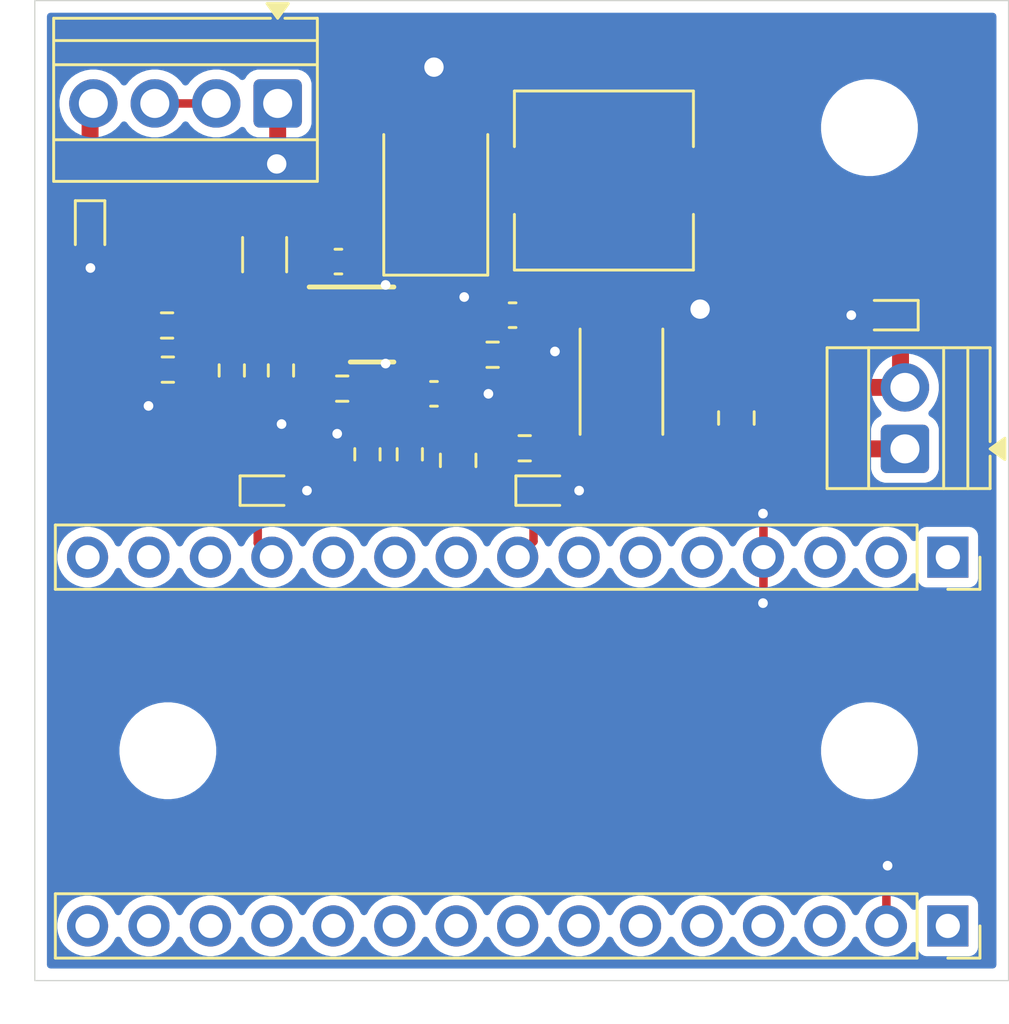
<source format=kicad_pcb>
(kicad_pcb (version 20241229) (generator "pcbnew") (generator_version "9.0")
  (layers (0 "F.Cu" signal) (2 "B.Cu" signal) (13 "F.Paste" user) (15 "B.Paste" user) (5 "F.SilkS" user "F.Silkscreen") (7 "B.SilkS" user "B.Silkscreen") (1 "F.Mask" user) (3 "B.Mask" user) (25 "Edge.Cuts" user))
  (net 0 "")
  (net 1 "GND")
  (net 2 "/ard_DAC")
  (net 3 "/ard_PWM")
  (net 4 "Net-(D101-K)")
  (net 5 "Net-(U100-COMP)")
  (net 6 "Net-(D100-K)")
  (net 7 "Net-(U100-BOOT)")
  (net 8 "Net-(J101-Pin_1)")
  (net 9 "Net-(D102-K)")
  (net 10 "/DAC")
  (net 11 "Net-(C106-Pad1)")
  (net 12 "Net-(J100-Pin_2)")
  (net 13 "Net-(U100-RT_CLK)")
  (net 14 "Net-(U100-ISENSE)")
  (net 15 "/PWM")
  (net 16 "Net-(U100-UVLO)")
  (footprint "Capacitor_SMD:C_0603_1608Metric" (layer "F.Cu") (at 46 113.25)
    (property "Reference" "C105" (hide yes))
    (property "Value" "10n" (hide yes))
    (fp_line (start -0.14058 -0.51) (end 0.14058 -0.51) (stroke (width 0.12)) (layer "F.SilkS"))
    (fp_line (start -0.14058 0.51) (end 0.14058 0.51) (stroke (width 0.12)) (layer "F.SilkS"))
    (pad "1" smd roundrect (at -0.775 0) (size 0.9 0.95) (layers "F.Cu" "F.Mask" "F.Paste") (net 10 "/DAC"))
    (pad "2" smd roundrect (at 0.775 0) (size 0.9 0.95) (layers "F.Cu" "F.Mask" "F.Paste") (net 1 "GND"))
  )
  (footprint "Diode_SMD:Nexperia_DSN1608-2_1.6x0.8mm" (layer "F.Cu") (at 65 110 180)
    (property "Reference" "D102" (hide yes))
    (property "Value" "PTVS5V0Z1USK" (hide yes))
    (fp_line (start 0.8 -0.61) (end -1.015 -0.61) (stroke (width 0.12)) (layer "F.SilkS"))
    (fp_line (start -1.015 0.61) (end 0.8 0.61) (stroke (width 0.12)) (layer "F.SilkS"))
    (fp_line (start -1.015 -0.61) (end -1.015 0.61) (stroke (width 0.12)) (layer "F.SilkS"))
    (pad "1" smd roundrect (at -0.285 0 180) (size 0.93 0.7) (layers "F.Cu" "F.Mask" "F.Paste") (roundrect_rratio 0.1071428571) (net 9 "Net-(D102-K)"))
    (pad "2" smd roundrect (at 0.6 0 180) (size 0.3 0.7) (layers "F.Cu" "F.Mask" "F.Paste") (net 1 "GND"))
  )
  (footprint "MountingHole:MountingHole_3.2mm_M3" (layer "F.Cu") (at 64 128)
    (property "Reference" "H3" (hide yes))
    (property "Value" "MountingHole")
    (pad "" np_thru_hole circle (at 0 0) (size 3.2 3.2) (drill 3.2) (layers "*.Cu" "*.Mask"))
  )
  (footprint "Resistor_SMD:R_0603_1608Metric" (layer "F.Cu") (at 34.9675 110.425)
    (property "Reference" "R111" (hide yes))
    (property "Value" "220k" (hide yes))
    (fp_line (start -0.237258 -0.5225) (end 0.237258 -0.5225) (stroke (width 0.12)) (layer "F.SilkS"))
    (fp_line (start -0.237258 0.5225) (end 0.237258 0.5225) (stroke (width 0.12)) (layer "F.SilkS"))
    (pad "1" smd roundrect (at -0.825 0) (size 0.8 0.95) (layers "F.Cu" "F.Mask" "F.Paste") (net 6 "Net-(D100-K)"))
    (pad "2" smd roundrect (at 0.825 0) (size 0.8 0.95) (layers "F.Cu" "F.Mask" "F.Paste") (net 16 "Net-(U100-UVLO)"))
  )
  (footprint "Resistor_SMD:R_2512_6332Metric" (layer "F.Cu") (at 53.75 112.75 90)
    (property "Reference" "R105" (hide yes))
    (property "Value" "0.2" (hide yes))
    (fp_line (start -2.177064 -1.71) (end 2.177064 -1.71) (stroke (width 0.12)) (layer "F.SilkS"))
    (fp_line (start -2.177064 1.71) (end 2.177064 1.71) (stroke (width 0.12)) (layer "F.SilkS"))
    (pad "1" smd roundrect (at -2.9625 0 90) (size 1.225 3.35) (layers "F.Cu" "F.Mask" "F.Paste") (roundrect_rratio 0.204082) (net 8 "Net-(J101-Pin_1)"))
    (pad "2" smd roundrect (at 2.9625 0 90) (size 1.225 3.35) (layers "F.Cu" "F.Mask" "F.Paste") (roundrect_rratio 0.204082) (net 1 "GND"))
  )
  (footprint "Diode_SMD:Nexperia_DSN1608-2_1.6x0.8mm" (layer "F.Cu") (at 39 117.25)
    (property "Reference" "D103" (hide yes))
    (property "Value" "PTVS5V0Z1USK" (hide yes))
    (fp_line (start -1.015 -0.61) (end -1.015 0.61) (stroke (width 0.12)) (layer "F.SilkS"))
    (fp_line (start -1.015 0.61) (end 0.8 0.61) (stroke (width 0.12)) (layer "F.SilkS"))
    (fp_line (start 0.8 -0.61) (end -1.015 -0.61) (stroke (width 0.12)) (layer "F.SilkS"))
    (pad "1" smd roundrect (at -0.285 0) (size 0.93 0.7) (layers "F.Cu" "F.Mask" "F.Paste") (roundrect_rratio 0.1071428571) (net 3 "/ard_PWM"))
    (pad "2" smd roundrect (at 0.6 0) (size 0.3 0.7) (layers "F.Cu" "F.Mask" "F.Paste") (net 1 "GND"))
  )
  (footprint "Diode_SMD:D_SMB" (layer "F.Cu") (at 46.075 104.685 90)
    (property "Reference" "D101" (hide yes))
    (property "Value" "D_Zener" (hide yes))
    (fp_line (start -3.66 -2.15) (end 2.15 -2.15) (stroke (width 0.12)) (layer "F.SilkS"))
    (fp_line (start -3.66 -2.15) (end -3.66 2.15) (stroke (width 0.12)) (layer "F.SilkS"))
    (fp_line (start -3.66 2.15) (end 2.15 2.15) (stroke (width 0.12)) (layer "F.SilkS"))
    (pad "1" smd roundrect (at -2.15 0 90) (size 2.5 2.3) (layers "F.Cu" "F.Mask" "F.Paste") (roundrect_rratio 0.1086956522) (net 4 "Net-(D101-K)"))
    (pad "2" smd roundrect (at 2.15 0 90) (size 2.5 2.3) (layers "F.Cu" "F.Mask" "F.Paste") (roundrect_rratio 0.1086956522) (net 1 "GND"))
  )
  (footprint "Resistor_SMD:R_0603_1608Metric" (layer "F.Cu") (at 43.25 115.75 90)
    (property "Reference" "R108" (hide yes))
    (property "Value" "5.6k" (hide yes))
    (fp_line (start -0.237258 -0.5225) (end 0.237258 -0.5225) (stroke (width 0.12)) (layer "F.SilkS"))
    (fp_line (start -0.237258 0.5225) (end 0.237258 0.5225) (stroke (width 0.12)) (layer "F.SilkS"))
    (pad "1" smd roundrect (at -0.825 0 90) (size 0.8 0.95) (layers "F.Cu" "F.Mask" "F.Paste") (net 11 "Net-(C106-Pad1)"))
    (pad "2" smd roundrect (at 0.825 0 90) (size 0.8 0.95) (layers "F.Cu" "F.Mask" "F.Paste") (net 1 "GND"))
  )
  (footprint "Capacitor_SMD:C_0805_2012Metric" (layer "F.Cu") (at 47 116 90)
    (property "Reference" "C106" (hide yes))
    (property "Value" "4.7u" (hide yes))
    (fp_line (start -0.261252 -0.735) (end 0.261252 -0.735) (stroke (width 0.12)) (layer "F.SilkS"))
    (fp_line (start -0.261252 0.735) (end 0.261252 0.735) (stroke (width 0.12)) (layer "F.SilkS"))
    (pad "1" smd roundrect (at -0.95 0 90) (size 1 1.45) (layers "F.Cu" "F.Mask" "F.Paste") (net 11 "Net-(C106-Pad1)"))
    (pad "2" smd roundrect (at 0.95 0 90) (size 1 1.45) (layers "F.Cu" "F.Mask" "F.Paste") (net 1 "GND"))
  )
  (footprint "Resistor_SMD:R_0603_1608Metric" (layer "F.Cu") (at 39.675 112.285 -90)
    (property "Reference" "R110" (hide yes))
    (property "Value" "100k" (hide yes))
    (fp_line (start -0.237258 0.5225) (end 0.237258 0.5225) (stroke (width 0.12)) (layer "F.SilkS"))
    (fp_line (start -0.237258 -0.5225) (end 0.237258 -0.5225) (stroke (width 0.12)) (layer "F.SilkS"))
    (pad "1" smd roundrect (at -0.825 0 270) (size 0.8 0.95) (layers "F.Cu" "F.Mask" "F.Paste") (net 15 "/PWM"))
    (pad "2" smd roundrect (at 0.825 0 270) (size 0.8 0.95) (layers "F.Cu" "F.Mask" "F.Paste") (net 1 "GND"))
  )
  (footprint "Diode_SMD:Nexperia_DSN1608-2_1.6x0.8mm" (layer "F.Cu") (at 31.785 106.285 -90)
    (property "Reference" "D100" (hide yes))
    (property "Value" "PTVS12VZ1USK" (hide yes))
    (fp_line (start -1.015 0.61) (end 0.8 0.61) (stroke (width 0.12)) (layer "F.SilkS"))
    (fp_line (start -1.015 -0.61) (end -1.015 0.61) (stroke (width 0.12)) (layer "F.SilkS"))
    (fp_line (start 0.8 -0.61) (end -1.015 -0.61) (stroke (width 0.12)) (layer "F.SilkS"))
    (pad "1" smd roundrect (at -0.285 0 270) (size 0.93 0.7) (layers "F.Cu" "F.Mask" "F.Paste") (roundrect_rratio 0.1071428571) (net 6 "Net-(D100-K)"))
    (pad "2" smd roundrect (at 0.6 0 270) (size 0.3 0.7) (layers "F.Cu" "F.Mask" "F.Paste") (net 1 "GND"))
  )
  (footprint "Resistor_SMD:R_0603_1608Metric" (layer "F.Cu") (at 37.6425 112.285 -90)
    (property "Reference" "R109" (hide yes))
    (property "Value" "220" (hide yes))
    (fp_line (start -0.237258 0.5225) (end 0.237258 0.5225) (stroke (width 0.12)) (layer "F.SilkS"))
    (fp_line (start -0.237258 -0.5225) (end 0.237258 -0.5225) (stroke (width 0.12)) (layer "F.SilkS"))
    (pad "1" smd roundrect (at -0.825 0 270) (size 0.8 0.95) (layers "F.Cu" "F.Mask" "F.Paste") (net 15 "/PWM"))
    (pad "2" smd roundrect (at 0.825 0 270) (size 0.8 0.95) (layers "F.Cu" "F.Mask" "F.Paste") (net 3 "/ard_PWM"))
  )
  (footprint "Inductor_SMD:L_7.3x7.3_H4.5" (layer "F.Cu") (at 53.025 104.435)
    (property "Reference" "L100" (hide yes))
    (property "Value" "33u" (hide yes))
    (fp_line (start -3.7 -3.7) (end 3.7 -3.7) (stroke (width 0.12)) (layer "F.SilkS"))
    (fp_line (start -3.7 -1.4) (end -3.7 -3.7) (stroke (width 0.12)) (layer "F.SilkS"))
    (fp_line (start -3.7 3.7) (end -3.7 1.4) (stroke (width 0.12)) (layer "F.SilkS"))
    (fp_line (start 3.7 -3.7) (end 3.7 -1.4) (stroke (width 0.12)) (layer "F.SilkS"))
    (fp_line (start 3.7 1.4) (end 3.7 3.7) (stroke (width 0.12)) (layer "F.SilkS"))
    (fp_line (start 3.7 3.7) (end -3.7 3.7) (stroke (width 0.12)) (layer "F.SilkS"))
    (pad "1" smd rect (at -3.2 0) (size 1.5 2.2) (layers "F.Cu" "F.Mask" "F.Paste") (net 4 "Net-(D101-K)"))
    (pad "2" smd rect (at 3.2 0) (size 1.5 2.2) (layers "F.Cu" "F.Mask" "F.Paste") (net 9 "Net-(D102-K)"))
  )
  (footprint "MountingHole:MountingHole_3.2mm_M3" (layer "F.Cu") (at 35 128)
    (property "Reference" "H1" (hide yes))
    (property "Value" "MountingHole")
    (pad "" np_thru_hole circle (at 0 0) (size 3.2 3.2) (drill 3.2) (layers "*.Cu" "*.Mask"))
  )
  (footprint "Capacitor_SMD:C_0603_1608Metric" (layer "F.Cu") (at 42.05 107.785)
    (property "Reference" "C103" (hide yes))
    (property "Value" "0.1u" (hide yes))
    (fp_line (start -0.14058 -0.51) (end 0.14058 -0.51) (stroke (width 0.12)) (layer "F.SilkS"))
    (fp_line (start -0.14058 0.51) (end 0.14058 0.51) (stroke (width 0.12)) (layer "F.SilkS"))
    (pad "1" smd roundrect (at -0.775 0) (size 0.9 0.95) (layers "F.Cu" "F.Mask" "F.Paste") (net 7 "Net-(U100-BOOT)"))
    (pad "2" smd roundrect (at 0.775 0) (size 0.9 0.95) (layers "F.Cu" "F.Mask" "F.Paste") (net 4 "Net-(D101-K)"))
  )
  (footprint "Capacitor_SMD:C_0805_2012Metric" (layer "F.Cu") (at 58.5 114.25 -90)
    (property "Reference" "C104" (hide yes))
    (property "Value" "4.7u" (hide yes))
    (fp_line (start -0.261252 0.735) (end 0.261252 0.735) (stroke (width 0.12)) (layer "F.SilkS"))
    (fp_line (start -0.261252 -0.735) (end 0.261252 -0.735) (stroke (width 0.12)) (layer "F.SilkS"))
    (pad "1" smd roundrect (at -0.95 0 270) (size 1 1.45) (layers "F.Cu" "F.Mask" "F.Paste") (net 9 "Net-(D102-K)"))
    (pad "2" smd roundrect (at 0.95 0 270) (size 1 1.45) (layers "F.Cu" "F.Mask" "F.Paste") (net 8 "Net-(J101-Pin_1)"))
  )
  (footprint "Resistor_SMD:R_0603_1608Metric" (layer "F.Cu") (at 45 115.75 90)
    (property "Reference" "R106" (hide yes))
    (property "Value" "1k" (hide yes))
    (fp_line (start -0.237258 -0.5225) (end 0.237258 -0.5225) (stroke (width 0.12)) (layer "F.SilkS"))
    (fp_line (start -0.237258 0.5225) (end 0.237258 0.5225) (stroke (width 0.12)) (layer "F.SilkS"))
    (pad "1" smd roundrect (at -0.825 0 90) (size 0.8 0.95) (layers "F.Cu" "F.Mask" "F.Paste") (net 11 "Net-(C106-Pad1)"))
    (pad "2" smd roundrect (at 0.825 0 90) (size 0.8 0.95) (layers "F.Cu" "F.Mask" "F.Paste") (net 10 "/DAC"))
  )
  (footprint "Resistor_SMD:R_0603_1608Metric" (layer "F.Cu") (at 42.2075 113.035)
    (property "Reference" "R103" (hide yes))
    (property "Value" "200k" (hide yes))
    (fp_line (start -0.237258 -0.5225) (end 0.237258 -0.5225) (stroke (width 0.12)) (layer "F.SilkS"))
    (fp_line (start -0.237258 0.5225) (end 0.237258 0.5225) (stroke (width 0.12)) (layer "F.SilkS"))
    (pad "1" smd roundrect (at -0.825 0) (size 0.8 0.95) (layers "F.Cu" "F.Mask" "F.Paste") (net 13 "Net-(U100-RT_CLK)"))
    (pad "2" smd roundrect (at 0.825 0) (size 0.8 0.95) (layers "F.Cu" "F.Mask" "F.Paste") (net 1 "GND"))
  )
  (footprint "TerminalBlock:TerminalBlock_Xinya_XY308-2.54-4P_1x04_P2.54mm_Horizontal" (layer "F.Cu") (at 39.54 101.25 180)
    (property "Reference" "J100" (hide yes))
    (property "Value" "Screw_Terminal_01x04" (hide yes))
    (fp_line (start 9.26 3.52) (end 0.3 3.52) (stroke (width 0.12)) (layer "F.SilkS"))
    (fp_line (start 9.26 -3.22) (end 9.26 3.52) (stroke (width 0.12)) (layer "F.SilkS"))
    (fp_line (start -0.3 3.52) (end -1.64 3.52) (stroke (width 0.12)) (layer "F.SilkS"))
    (fp_line (start -1.64 3.52) (end -1.64 -3.22) (stroke (width 0.12)) (layer "F.SilkS"))
    (fp_line (start -1.64 2.6) (end 9.26 2.6) (stroke (width 0.12)) (layer "F.SilkS"))
    (fp_line (start -1.64 1.6) (end 9.26 1.6) (stroke (width 0.12)) (layer "F.SilkS"))
    (fp_line (start -1.64 -1.5) (end 9.26 -1.5) (stroke (width 0.12)) (layer "F.SilkS"))
    (fp_line (start -1.64 -3.22) (end 9.26 -3.22) (stroke (width 0.12)) (layer "F.SilkS"))
    (fp_poly (pts (xy 0 3.52) (xy 0.44 4.13) (xy -0.44 4.13)) (stroke (width 0.12)) (fill yes) (layer "F.SilkS"))
    (pad "1" thru_hole roundrect (at 0 0 180) (size 2 2) (drill 1.2) (layers "*.Cu" "*.Mask") (roundrect_rratio 0.125) (net 1 "GND"))
    (pad "2" thru_hole circle (at 2.54 0 180) (size 2 2) (drill 1.2) (layers "*.Cu" "*.Mask") (net 12 "Net-(J100-Pin_2)"))
    (pad "3" thru_hole circle (at 5.08 0 180) (size 2 2) (drill 1.2) (layers "*.Cu" "*.Mask") (net 12 "Net-(J100-Pin_2)"))
    (pad "4" thru_hole circle (at 7.62 0 180) (size 2 2) (drill 1.2) (layers "*.Cu" "*.Mask") (net 6 "Net-(D100-K)"))
  )
  (footprint "MountingHole:MountingHole_3.2mm_M3" (layer "F.Cu") (at 64 102.25)
    (property "Reference" "H2" (hide yes))
    (property "Value" "MountingHole")
    (pad "" np_thru_hole circle (at 0 0) (size 3.2 3.2) (drill 3.2) (layers "*.Cu" "*.Mask"))
  )
  (footprint "Connector_PinSocket_2.54mm:PinSocket_1x15_P2.54mm_Vertical" (layer "F.Cu") (at 67.24 135.24 -90)
    (property "Reference" "J103" (hide yes))
    (property "Value" "nano_right")
    (fp_line (start -1.33 36.89) (end 1.33 36.89) (stroke (width 0.12)) (layer "F.SilkS"))
    (fp_line (start -1.33 1.27) (end -1.33 36.89) (stroke (width 0.12)) (layer "F.SilkS"))
    (fp_line (start -1.33 1.27) (end 1.33 1.27) (stroke (width 0.12)) (layer "F.SilkS"))
    (fp_line (start 1.33 1.27) (end 1.33 36.89) (stroke (width 0.12)) (layer "F.SilkS"))
    (fp_line (start 0 -1.33) (end 1.33 -1.33) (stroke (width 0.12)) (layer "F.SilkS"))
    (fp_line (start 1.33 -1.33) (end 1.33 0) (stroke (width 0.12)) (layer "F.SilkS"))
    (pad "1" thru_hole rect (at 0 0 270) (size 1.7 1.7) (drill 1) (layers "*.Cu" "*.Mask"))
    (pad "2" thru_hole circle (at 0 2.54 270) (size 1.7 1.7) (drill 1) (layers "*.Cu" "*.Mask") (net 1 "GND"))
    (pad "3" thru_hole circle (at 0 5.08 270) (size 1.7 1.7) (drill 1) (layers "*.Cu" "*.Mask"))
    (pad "4" thru_hole circle (at 0 7.62 270) (size 1.7 1.7) (drill 1) (layers "*.Cu" "*.Mask"))
    (pad "5" thru_hole circle (at 0 10.16 270) (size 1.7 1.7) (drill 1) (layers "*.Cu" "*.Mask"))
    (pad "6" thru_hole circle (at 0 12.7 270) (size 1.7 1.7) (drill 1) (layers "*.Cu" "*.Mask"))
    (pad "7" thru_hole circle (at 0 15.24 270) (size 1.7 1.7) (drill 1) (layers "*.Cu" "*.Mask"))
    (pad "8" thru_hole circle (at 0 17.78 270) (size 1.7 1.7) (drill 1) (layers "*.Cu" "*.Mask"))
    (pad "9" thru_hole circle (at 0 20.32 270) (size 1.7 1.7) (drill 1) (layers "*.Cu" "*.Mask"))
    (pad "10" thru_hole circle (at 0 22.86 270) (size 1.7 1.7) (drill 1) (layers "*.Cu" "*.Mask"))
    (pad "11" thru_hole circle (at 0 25.4 270) (size 1.7 1.7) (drill 1) (layers "*.Cu" "*.Mask"))
    (pad "12" thru_hole circle (at 0 27.94 270) (size 1.7 1.7) (drill 1) (layers "*.Cu" "*.Mask"))
    (pad "13" thru_hole circle (at 0 30.48 270) (size 1.7 1.7) (drill 1) (layers "*.Cu" "*.Mask"))
    (pad "14" thru_hole circle (at 0 33.02 270) (size 1.7 1.7) (drill 1) (layers "*.Cu" "*.Mask"))
    (pad "15" thru_hole circle (at 0 35.56 270) (size 1.7 1.7) (drill 1) (layers "*.Cu" "*.Mask"))
  )
  (footprint "TerminalBlock:TerminalBlock_Xinya_XY308-2.54-2P_1x02_P2.54mm_Horizontal" (layer "F.Cu") (at 65.4675 115.525 90)
    (property "Reference" "J101" (hide yes))
    (property "Value" "Screw_Terminal_01x02" (hide yes))
    (fp_line (start 4.18 -3.22) (end 4.18 3.52) (stroke (width 0.12)) (layer "F.SilkS"))
    (fp_line (start -1.64 -3.22) (end 4.18 -3.22) (stroke (width 0.12)) (layer "F.SilkS"))
    (fp_line (start -1.64 -1.5) (end 4.18 -1.5) (stroke (width 0.12)) (layer "F.SilkS"))
    (fp_line (start -1.64 1.6) (end 4.18 1.6) (stroke (width 0.12)) (layer "F.SilkS"))
    (fp_line (start -1.64 2.6) (end 4.18 2.6) (stroke (width 0.12)) (layer "F.SilkS"))
    (fp_line (start 4.18 3.52) (end 0.3 3.52) (stroke (width 0.12)) (layer "F.SilkS"))
    (fp_line (start -0.3 3.52) (end -1.64 3.52) (stroke (width 0.12)) (layer "F.SilkS"))
    (fp_line (start -1.64 3.52) (end -1.64 -3.22) (stroke (width 0.12)) (layer "F.SilkS"))
    (fp_poly (pts (xy 0 3.52) (xy 0.44 4.13) (xy -0.44 4.13)) (stroke (width 0.12)) (fill yes) (layer "F.SilkS"))
    (pad "1" thru_hole roundrect (at 0 0 90) (size 2 2) (drill 1.2) (layers "*.Cu" "*.Mask") (roundrect_rratio 0.125) (net 8 "Net-(J101-Pin_1)"))
    (pad "2" thru_hole circle (at 2.54 0 90) (size 2 2) (drill 1.2) (layers "*.Cu" "*.Mask") (net 9 "Net-(D102-K)"))
  )
  (footprint "Capacitor_SMD:C_0603_1608Metric" (layer "F.Cu") (at 49.25 110)
    (property "Reference" "C102" (hide yes))
    (property "Value" "0.1u" (hide yes))
    (fp_line (start -0.14058 -0.51) (end 0.14058 -0.51) (stroke (width 0.12)) (layer "F.SilkS"))
    (fp_line (start -0.14058 0.51) (end 0.14058 0.51) (stroke (width 0.12)) (layer "F.SilkS"))
    (pad "1" smd roundrect (at -0.775 0) (size 0.9 0.95) (layers "F.Cu" "F.Mask" "F.Paste") (net 5 "Net-(U100-COMP)"))
    (pad "2" smd roundrect (at 0.775 0) (size 0.9 0.95) (layers "F.Cu" "F.Mask" "F.Paste") (net 1 "GND"))
  )
  (footprint "Capacitor_SMD:C_1206_3216Metric" (layer "F.Cu") (at 39 107.5 90)
    (property "Reference" "C100" (hide yes))
    (property "Value" "10u" (hide yes))
    (fp_line (start -0.711252 -0.91) (end 0.711252 -0.91) (stroke (width 0.12)) (layer "F.SilkS"))
    (fp_line (start -0.711252 0.91) (end 0.711252 0.91) (stroke (width 0.12)) (layer "F.SilkS"))
    (pad "1" smd roundrect (at -1.475 0 90) (size 1.15 1.8) (layers "F.Cu" "F.Mask" "F.Paste") (roundrect_rratio 0.217391) (net 6 "Net-(D100-K)"))
    (pad "2" smd roundrect (at 1.475 0 90) (size 1.15 1.8) (layers "F.Cu" "F.Mask" "F.Paste") (roundrect_rratio 0.217391) (net 1 "GND"))
  )
  (footprint "Resistor_SMD:R_0603_1608Metric" (layer "F.Cu") (at 35 112.25)
    (property "Reference" "R112" (hide yes))
    (property "Value" "30k" (hide yes))
    (fp_line (start -0.237258 -0.5225) (end 0.237258 -0.5225) (stroke (width 0.12)) (layer "F.SilkS"))
    (fp_line (start -0.237258 0.5225) (end 0.237258 0.5225) (stroke (width 0.12)) (layer "F.SilkS"))
    (pad "1" smd roundrect (at -0.825 0) (size 0.8 0.95) (layers "F.Cu" "F.Mask" "F.Paste") (net 1 "GND"))
    (pad "2" smd roundrect (at 0.825 0) (size 0.8 0.95) (layers "F.Cu" "F.Mask" "F.Paste") (net 16 "Net-(U100-UVLO)"))
  )
  (footprint "TPS:DGQ0010D_NV_L" (layer "F.Cu") (at 43.442501 110.384999)
    (property "Reference" "U100" (hide yes))
    (property "Value" "TPS92513DGQR")
    (fp_line (start -2.6 -1.549999) (end 0.900001 -1.549999) (stroke (width 0.2)) (layer "F.SilkS"))
    (fp_line (start -0.900001 1.549999) (end 0.900001 1.549999) (stroke (width 0.2)) (layer "F.SilkS"))
    (pad "1" smd oval (at -2.025 -1.000001 90) (size 0.249999 1.45) (layers "F.Cu" "F.Mask" "F.Paste") (net 7 "Net-(U100-BOOT)"))
    (pad "2" smd oval (at -2.025 -0.500002 90) (size 0.249999 1.45) (layers "F.Cu" "F.Mask" "F.Paste") (net 6 "Net-(D100-K)"))
    (pad "3" smd oval (at -2.025 0 90) (size 0.249999 1.45) (layers "F.Cu" "F.Mask" "F.Paste") (net 16 "Net-(U100-UVLO)"))
    (pad "4" smd oval (at -2.025 0.499999 90) (size 0.249999 1.45) (layers "F.Cu" "F.Mask" "F.Paste") (net 15 "/PWM"))
    (pad "5" smd oval (at -2.025 1.000001 90) (size 0.249999 1.45) (layers "F.Cu" "F.Mask" "F.Paste") (net 13 "Net-(U100-RT_CLK)"))
    (pad "6" smd oval (at 2.025 1.000001 90) (size 0.249999 1.45) (layers "F.Cu" "F.Mask" "F.Paste") (net 10 "/DAC"))
    (pad "7" smd oval (at 2.025 0.499999 90) (size 0.249999 1.45) (layers "F.Cu" "F.Mask" "F.Paste") (net 14 "Net-(U100-ISENSE)"))
    (pad "8" smd oval (at 2.025 0 90) (size 0.249999 1.45) (layers "F.Cu" "F.Mask" "F.Paste") (net 5 "Net-(U100-COMP)"))
    (pad "9" smd oval (at 2.025 -0.500002 90) (size 0.249999 1.45) (layers "F.Cu" "F.Mask" "F.Paste") (net 1 "GND"))
    (pad "10" smd oval (at 2.025 -1.000001 90) (size 0.249999 1.45) (layers "F.Cu" "F.Mask" "F.Paste") (net 4 "Net-(D101-K)"))
    (pad "11" smd rect (at 0 0) (size 1.569999 1.879999) (layers "F.Cu" "F.Mask" "F.Paste") (net 1 "GND"))
  )
  (footprint "Connector_PinSocket_2.54mm:PinSocket_1x15_P2.54mm_Vertical" (layer "F.Cu") (at 67.24 120 -90)
    (property "Reference" "J102" (hide yes))
    (property "Value" "nano_left")
    (fp_line (start -1.33 36.89) (end 1.33 36.89) (stroke (width 0.12)) (layer "F.SilkS"))
    (fp_line (start -1.33 1.27) (end -1.33 36.89) (stroke (width 0.12)) (layer "F.SilkS"))
    (fp_line (start -1.33 1.27) (end 1.33 1.27) (stroke (width 0.12)) (layer "F.SilkS"))
    (fp_line (start 1.33 1.27) (end 1.33 36.89) (stroke (width 0.12)) (layer "F.SilkS"))
    (fp_line (start 0 -1.33) (end 1.33 -1.33) (stroke (width 0.12)) (layer "F.SilkS"))
    (fp_line (start 1.33 -1.33) (end 1.33 0) (stroke (width 0.12)) (layer "F.SilkS"))
    (pad "1" thru_hole rect (at 0 0 270) (size 1.7 1.7) (drill 1) (layers "*.Cu" "*.Mask"))
    (pad "2" thru_hole circle (at 0 2.54 270) (size 1.7 1.7) (drill 1) (layers "*.Cu" "*.Mask"))
    (pad "3" thru_hole circle (at 0 5.08 270) (size 1.7 1.7) (drill 1) (layers "*.Cu" "*.Mask"))
    (pad "4" thru_hole circle (at 0 7.62 270) (size 1.7 1.7) (drill 1) (layers "*.Cu" "*.Mask") (net 1 "GND"))
    (pad "5" thru_hole circle (at 0 10.16 270) (size 1.7 1.7) (drill 1) (layers "*.Cu" "*.Mask"))
    (pad "6" thru_hole circle (at 0 12.7 270) (size 1.7 1.7) (drill 1) (layers "*.Cu" "*.Mask"))
    (pad "7" thru_hole circle (at 0 15.24 270) (size 1.7 1.7) (drill 1) (layers "*.Cu" "*.Mask"))
    (pad "8" thru_hole circle (at 0 17.78 270) (size 1.7 1.7) (drill 1) (layers "*.Cu" "*.Mask") (net 2 "/ard_DAC"))
    (pad "9" thru_hole circle (at 0 20.32 270) (size 1.7 1.7) (drill 1) (layers "*.Cu" "*.Mask"))
    (pad "10" thru_hole circle (at 0 22.86 270) (size 1.7 1.7) (drill 1) (layers "*.Cu" "*.Mask"))
    (pad "11" thru_hole circle (at 0 25.4 270) (size 1.7 1.7) (drill 1) (layers "*.Cu" "*.Mask"))
    (pad "12" thru_hole circle (at 0 27.94 270) (size 1.7 1.7) (drill 1) (layers "*.Cu" "*.Mask") (net 3 "/ard_PWM"))
    (pad "13" thru_hole circle (at 0 30.48 270) (size 1.7 1.7) (drill 1) (layers "*.Cu" "*.Mask"))
    (pad "14" thru_hole circle (at 0 33.02 270) (size 1.7 1.7) (drill 1) (layers "*.Cu" "*.Mask"))
    (pad "15" thru_hole circle (at 0 35.56 270) (size 1.7 1.7) (drill 1) (layers "*.Cu" "*.Mask"))
  )
  (footprint "Resistor_SMD:R_0603_1608Metric" (layer "F.Cu") (at 48.425 111.635)
    (property "Reference" "R104" (hide yes))
    (property "Value" "1k" (hide yes))
    (fp_line (start -0.237258 -0.5225) (end 0.237258 -0.5225) (stroke (width 0.12)) (layer "F.SilkS"))
    (fp_line (start -0.237258 0.5225) (end 0.237258 0.5225) (stroke (width 0.12)) (layer "F.SilkS"))
    (pad "1" smd roundrect (at -0.825 0) (size 0.8 0.95) (layers "F.Cu" "F.Mask" "F.Paste") (net 14 "Net-(U100-ISENSE)"))
    (pad "2" smd roundrect (at 0.825 0) (size 0.8 0.95) (layers "F.Cu" "F.Mask" "F.Paste") (net 8 "Net-(J101-Pin_1)"))
  )
  (footprint "Diode_SMD:Nexperia_DSN1608-2_1.6x0.8mm" (layer "F.Cu") (at 50.4 117.25)
    (property "Reference" "D104" (hide yes))
    (property "Value" "PTVS5V0Z1USK" (hide yes))
    (fp_line (start -1.015 -0.61) (end -1.015 0.61) (stroke (width 0.12)) (layer "F.SilkS"))
    (fp_line (start -1.015 0.61) (end 0.8 0.61) (stroke (width 0.12)) (layer "F.SilkS"))
    (fp_line (start 0.8 -0.61) (end -1.015 -0.61) (stroke (width 0.12)) (layer "F.SilkS"))
    (pad "1" smd roundrect (at -0.285 0) (size 0.93 0.7) (layers "F.Cu" "F.Mask" "F.Paste") (roundrect_rratio 0.1071428571) (net 2 "/ard_DAC"))
    (pad "2" smd roundrect (at 0.6 0) (size 0.3 0.7) (layers "F.Cu" "F.Mask" "F.Paste") (net 1 "GND"))
  )
  (footprint "Resistor_SMD:R_0603_1608Metric" (layer "F.Cu") (at 49.75 115.5)
    (property "Reference" "R107" (hide yes))
    (property "Value" "10k" (hide yes))
    (fp_line (start -0.237258 -0.5225) (end 0.237258 -0.5225) (stroke (width 0.12)) (layer "F.SilkS"))
    (fp_line (start -0.237258 0.5225) (end 0.237258 0.5225) (stroke (width 0.12)) (layer "F.SilkS"))
    (pad "1" smd roundrect (at -0.825 0) (size 0.8 0.95) (layers "F.Cu" "F.Mask" "F.Paste") (net 11 "Net-(C106-Pad1)"))
    (pad "2" smd roundrect (at 0.825 0) (size 0.8 0.95) (layers "F.Cu" "F.Mask" "F.Paste") (net 2 "/ard_DAC"))
  )
  (gr_rect (start 29.5 97) (end 69.75 137.5) (stroke (width 0.05)) (fill no) (layer "Edge.Cuts"))
  (segment (start 47 115.05) (end 47 113.475) (width 0.35) (layer "F.Cu") (net 1))
  (segment (start 47 113.475) (end 46.775 113.25) (width 0.35) (layer "F.Cu") (net 1))
  (segment (start 31.785 108.035) (end 31.8 108.05) (width 0.25) (layer "F.Cu") (net 1))
  (segment (start 50.025 110) (end 50.25 110) (width 0.35) (layer "F.Cu") (net 1))
  (segment (start 59.62 121.62) (end 59.75 121.75) (width 0.35) (layer "F.Cu") (net 1))
  (segment (start 47 115.05) (end 47 115) (width 0.35) (layer "F.Cu") (net 1))
  (segment (start 39 106.025) (end 39 104.25) (width 0.7) (layer "F.Cu") (net 1))
  (segment (start 46.075 102.535) (end 46.075 99.825) (width 0.7) (layer "F.Cu") (net 1))
  (segment (start 42.175 114.925) (end 42 114.75) (width 0.35) (layer "F.Cu") (net 1))
  (segment (start 51 117.25) (end 52 117.25) (width 0.25) (layer "F.Cu") (net 1))
  (segment (start 56.9625 109.7875) (end 57 109.75) (width 0.7) (layer "F.Cu") (net 1))
  (segment (start 39.54 101.25) (end 39.54 103.71) (width 0.7) (layer "F.Cu") (net 1))
  (segment (start 39 104.25) (end 39.5 103.75) (width 0.7) (layer "F.Cu") (net 1))
  (segment (start 34.175 112.25) (end 34.175 113.675) (width 0.35) (layer "F.Cu") (net 1))
  (segment (start 46.615003 109.884997) (end 47.25 109.25) (width 0.25) (layer "F.Cu") (net 1))
  (segment (start 53.75 109.7875) (end 56.9625 109.7875) (width 0.7) (layer "F.Cu") (net 1))
  (segment (start 64.4 110) (end 63.25 110) (width 0.25) (layer "F.Cu") (net 1))
  (segment (start 43.25 114.925) (end 42.175 114.925) (width 0.35) (layer "F.Cu") (net 1))
  (segment (start 45.467501 109.884997) (end 46.615003 109.884997) (width 0.25) (layer "F.Cu") (net 1))
  (segment (start 39.675 113.11) (end 39.675 114.425) (width 0.35) (layer "F.Cu") (net 1))
  (segment (start 59.62 120) (end 59.62 121.62) (width 0.35) (layer "F.Cu") (net 1))
  (segment (start 39.6 117.25) (end 40.75 117.25) (width 0.25) (layer "F.Cu") (net 1))
  (segment (start 34.175 113.675) (end 34.25 113.75) (width 0.35) (layer "F.Cu") (net 1))
  (segment (start 43.0325 113.035) (end 43.0325 114.7075) (width 0.35) (layer "F.Cu") (net 1))
  (segment (start 46.775 113.25) (end 48.25 113.25) (width 0.35) (layer "F.Cu") (net 1))
  (segment (start 43.0325 114.7075) (end 43.25 114.925) (width 0.35) (layer "F.Cu") (net 1))
  (segment (start 59.62 120) (end 59.62 118.38) (width 0.35) (layer "F.Cu") (net 1))
  (segment (start 64.7 135.24) (end 64.7 132.8) (width 0.35) (layer "F.Cu") (net 1))
  (segment (start 59.62 118.38) (end 59.75 118.25) (width 0.35) (layer "F.Cu") (net 1))
  (segment (start 43.442501 111.442501) (end 44 112) (width 0.25) (layer "F.Cu") (net 1))
  (segment (start 51 110.75) (end 51 111.5) (width 0.35) (layer "F.Cu") (net 1))
  (segment (start 31.785 106.885) (end 31.785 108.035) (width 0.25) (layer "F.Cu") (net 1))
  (segment (start 43.442501 110.384999) (end 43.442501 109.307499) (width 0.25) (layer "F.Cu") (net 1))
  (segment (start 50.25 110) (end 51 110.75) (width 0.35) (layer "F.Cu") (net 1))
  (segment (start 43.442501 109.307499) (end 44 108.75) (width 0.25) (layer "F.Cu") (net 1))
  (segment (start 39.675 114.425) (end 39.75 114.5) (width 0.35) (layer "F.Cu") (net 1))
  (segment (start 43.442501 110.384999) (end 43.442501 111.442501) (width 0.25) (layer "F.Cu") (net 1))
  (segment (start 64.7 132.8) (end 64.75 132.75) (width 0.35) (layer "F.Cu") (net 1))
  (segment (start 39.54 103.71) (end 39.5 103.75) (width 0.7) (layer "F.Cu") (net 1))
  (segment (start 46.075 99.825) (end 46 99.75) (width 0.7) (layer "F.Cu") (net 1))
  (via (at 34.2 113.75) (size 0.8) (drill 0.4) (layers "F.Cu" "B.Cu") (net 1))
  (via (at 63.25 110) (size 0.8) (drill 0.4) (layers "F.Cu" "B.Cu") (net 1))
  (via (at 57 109.75) (size 1.6) (drill 0.8) (layers "F.Cu" "B.Cu") (net 1))
  (via (at 51 111.5) (size 0.8) (drill 0.4) (layers "F.Cu" "B.Cu") (net 1))
  (via (at 42 114.9) (size 0.8) (drill 0.4) (layers "F.Cu" "B.Cu") (net 1))
  (via (at 44 112) (size 0.8) (drill 0.4) (layers "F.Cu" "B.Cu") (net 1))
  (via (at 39.5 103.75) (size 1.6) (drill 0.8) (layers "F.Cu" "B.Cu") (net 1))
  (via (at 59.6 118.2) (size 0.8) (drill 0.4) (layers "F.Cu" "B.Cu") (net 1))
  (via (at 59.6 121.9) (size 0.8) (drill 0.4) (layers "F.Cu" "B.Cu") (net 1))
  (via (at 64.75 132.75) (size 0.8) (drill 0.4) (layers "F.Cu" "B.Cu") (net 1))
  (via (at 48.25 113.25) (size 0.8) (drill 0.4) (layers "F.Cu" "B.Cu") (net 1))
  (via (at 52 117.25) (size 0.8) (drill 0.4) (layers "F.Cu" "B.Cu") (net 1))
  (via (at 44 108.75) (size 0.8) (drill 0.4) (layers "F.Cu" "B.Cu") (net 1))
  (via (at 46 99.75) (size 1.6) (drill 0.8) (layers "F.Cu" "B.Cu") (net 1))
  (via (at 31.8 108.05) (size 0.8) (drill 0.4) (layers "F.Cu" "B.Cu") (net 1))
  (via (at 47.25 109.25) (size 0.8) (drill 0.4) (layers "F.Cu" "B.Cu") (net 1))
  (via (at 40.75 117.25) (size 0.8) (drill 0.4) (layers "F.Cu" "B.Cu") (net 1))
  (via (at 39.7 114.5) (size 0.8) (drill 0.4) (layers "F.Cu" "B.Cu") (net 1))
  (segment (start 50.115 117.25) (end 50.115 119.345) (width 0.35) (layer "F.Cu") (net 2))
  (segment (start 50.115 117.25) (end 50.115 115.96) (width 0.35) (layer "F.Cu") (net 2))
  (segment (start 50.115 119.345) (end 49.46 120) (width 0.35) (layer "F.Cu") (net 2))
  (segment (start 50.115 115.96) (end 50.575 115.5) (width 0.35) (layer "F.Cu") (net 2))
  (segment (start 37.6425 116.1775) (end 38.715 117.25) (width 0.35) (layer "F.Cu") (net 3))
  (segment (start 38.715 117.25) (end 38.715 119.415) (width 0.35) (layer "F.Cu") (net 3))
  (segment (start 37.6425 113.11) (end 37.6425 116.1775) (width 0.35) (layer "F.Cu") (net 3))
  (segment (start 38.715 119.415) (end 39.3 120) (width 0.35) (layer "F.Cu") (net 3))
  (segment (start 48.475 104.435) (end 46.075 106.835) (width 0.7) (layer "F.Cu") (net 4))
  (segment (start 49.825 104.435) (end 48.475 104.435) (width 0.7) (layer "F.Cu") (net 4))
  (segment (start 42.825 107.785) (end 45.125 107.785) (width 0.35) (layer "F.Cu") (net 4))
  (segment (start 45.467501 107.442499) (end 46.075 106.835) (width 0.25) (layer "F.Cu") (net 4))
  (segment (start 45.467501 109.384998) (end 45.467501 107.442499) (width 0.25) (layer "F.Cu") (net 4))
  (segment (start 45.125 107.785) (end 46.075 106.835) (width 0.35) (layer "F.Cu") (net 4))
  (segment (start 47.115001 110.384999) (end 47.5 110) (width 0.25) (layer "F.Cu") (net 5))
  (segment (start 47.5 110) (end 48.475 110) (width 0.25) (layer "F.Cu") (net 5))
  (segment (start 45.467501 110.384999) (end 47.115001 110.384999) (width 0.25) (layer "F.Cu") (net 5))
  (segment (start 40.522497 109.884997) (end 39.6125 108.975) (width 0.25) (layer "F.Cu") (net 6))
  (segment (start 31.785 106) (end 31.785 101.385) (width 0.7) (layer "F.Cu") (net 6))
  (segment (start 34 106) (end 36.975 108.975) (width 0.7) (layer "F.Cu") (net 6))
  (segment (start 39.6125 108.975) (end 39 108.975) (width 0.25) (layer "F.Cu") (net 6))
  (segment (start 31.785 101.385) (end 31.92 101.25) (width 0.7) (layer "F.Cu") (net 6))
  (segment (start 41.417501 109.884997) (end 40.522497 109.884997) (width 0.25) (layer "F.Cu") (net 6))
  (segment (start 34.1425 107.6425) (end 32.5 106) (width 0.35) (layer "F.Cu") (net 6))
  (segment (start 32.5 106) (end 31.785 106) (width 0.35) (layer "F.Cu") (net 6))
  (segment (start 31.785 106) (end 34 106) (width 0.7) (layer "F.Cu") (net 6))
  (segment (start 36.975 108.975) (end 39 108.975) (width 0.7) (layer "F.Cu") (net 6))
  (segment (start 34.1425 110.425) (end 34.1425 107.6425) (width 0.35) (layer "F.Cu") (net 6))
  (segment (start 41.417501 107.927501) (end 41.275 107.785) (width 0.25) (layer "F.Cu") (net 7))
  (segment (start 41.275 107.785) (end 41.275 109.242497) (width 0.25) (layer "F.Cu") (net 7))
  (segment (start 58.5 115.2) (end 56.8 115.2) (width 0.7) (layer "F.Cu") (net 8))
  (segment (start 65.4675 115.525) (end 61.025 115.525) (width 0.7) (layer "F.Cu") (net 8))
  (segment (start 53.75 115.7125) (end 53.3275 115.7125) (width 0.7) (layer "F.Cu") (net 8))
  (segment (start 56.8 115.2) (end 56.25 115.75) (width 0.7) (layer "F.Cu") (net 8))
  (segment (start 61.025 115.525) (end 60.75 115.25) (width 0.7) (layer "F.Cu") (net 8))
  (segment (start 53.3275 115.7125) (end 49.25 111.635) (width 0.7) (layer "F.Cu") (net 8))
  (segment (start 56.25 115.75) (end 53.7875 115.75) (width 0.7) (layer "F.Cu") (net 8))
  (segment (start 58.55 115.25) (end 58.5 115.2) (width 0.7) (layer "F.Cu") (net 8))
  (segment (start 60.75 115.25) (end 58.55 115.25) (width 0.7) (layer "F.Cu") (net 8))
  (segment (start 65.285 112.8025) (end 65.4675 112.985) (width 0.7) (layer "F.Cu") (net 9))
  (segment (start 65.285 109.576914) (end 65.285 110) (width 0.7) (layer "F.Cu") (net 9))
  (segment (start 56.225 104.435) (end 60.143086 104.435) (width 0.7) (layer "F.Cu") (net 9))
  (segment (start 61.015 112.985) (end 60.75 113.25) (width 0.7) (layer "F.Cu") (net 9))
  (segment (start 60.143086 104.435) (end 65.285 109.576914) (width 0.7) (layer "F.Cu") (net 9))
  (segment (start 65.4675 112.985) (end 61.015 112.985) (width 0.7) (layer "F.Cu") (net 9))
  (segment (start 60.75 113.25) (end 58.55 113.25) (width 0.7) (layer "F.Cu") (net 9))
  (segment (start 65.285 110) (end 65.285 112.8025) (width 0.7) (layer "F.Cu") (net 9))
  (segment (start 58.55 113.25) (end 58.5 113.3) (width 0.7) (layer "F.Cu") (net 9))
  (segment (start 45.467501 111.385) (end 45.467501 113.007499) (width 0.25) (layer "F.Cu") (net 10))
  (segment (start 45 113.475) (end 45.225 113.25) (width 0.35) (layer "F.Cu") (net 10))
  (segment (start 45 114.925) (end 45 113.475) (width 0.35) (layer "F.Cu") (net 10))
  (segment (start 45.467501 113.007499) (end 45.225 113.25) (width 0.25) (layer "F.Cu") (net 10))
  (segment (start 47 116.95) (end 45.375 116.95) (width 0.35) (layer "F.Cu") (net 11))
  (segment (start 48.925 115.5) (end 48.45 115.5) (width 0.35) (layer "F.Cu") (net 11))
  (segment (start 48.45 115.5) (end 47 116.95) (width 0.35) (layer "F.Cu") (net 11))
  (segment (start 45 116.575) (end 43.25 116.575) (width 0.35) (layer "F.Cu") (net 11))
  (segment (start 45.375 116.95) (end 45 116.575) (width 0.35) (layer "F.Cu") (net 11))
  (segment (start 34.46 101.25) (end 37 101.25) (width 0.35) (layer "F.Cu") (net 12))
  (segment (start 41.3825 111.420001) (end 41.417501 111.385) (width 0.25) (layer "F.Cu") (net 13))
  (segment (start 41.3825 113.035) (end 41.3825 111.420001) (width 0.25) (layer "F.Cu") (net 13))
  (segment (start 46.849998 110.884998) (end 47.6 111.635) (width 0.25) (layer "F.Cu") (net 14))
  (segment (start 45.467501 110.884998) (end 46.849998 110.884998) (width 0.25) (layer "F.Cu") (net 14))
  (segment (start 41.417501 110.884998) (end 40.250002 110.884998) (width 0.25) (layer "F.Cu") (net 15))
  (segment (start 37.6425 111.46) (end 39.675 111.46) (width 0.35) (layer "F.Cu") (net 15))
  (segment (start 40.250002 110.884998) (end 39.675 111.46) (width 0.25) (layer "F.Cu") (net 15))
  (segment (start 35.7925 110.425) (end 35.7925 112.2175) (width 0.35) (layer "F.Cu") (net 16))
  (segment (start 35.7925 110.425) (end 39.930768 110.425) (width 0.35) (layer "F.Cu") (net 16))
  (segment (start 35.7925 112.2175) (end 35.825 112.25) (width 0.35) (layer "F.Cu") (net 16))
  (segment (start 41.417501 110.384999) (end 39.900059 110.384999) (width 0.25) (layer "F.Cu") (net 16))
  (zone (net 1) (net_name "GND") (layer "B.Cu") (connect_pads no (clearance 0.4)) (min_thickness 0.3) (fill yes (thermal_gap 0.5) (thermal_bridge_width 0.5))
    (polygon (pts (xy 29.5 97) (xy 69.75 97) (xy 69.75 137.5) (xy 29.5 137.5)))
  )
)
</source>
